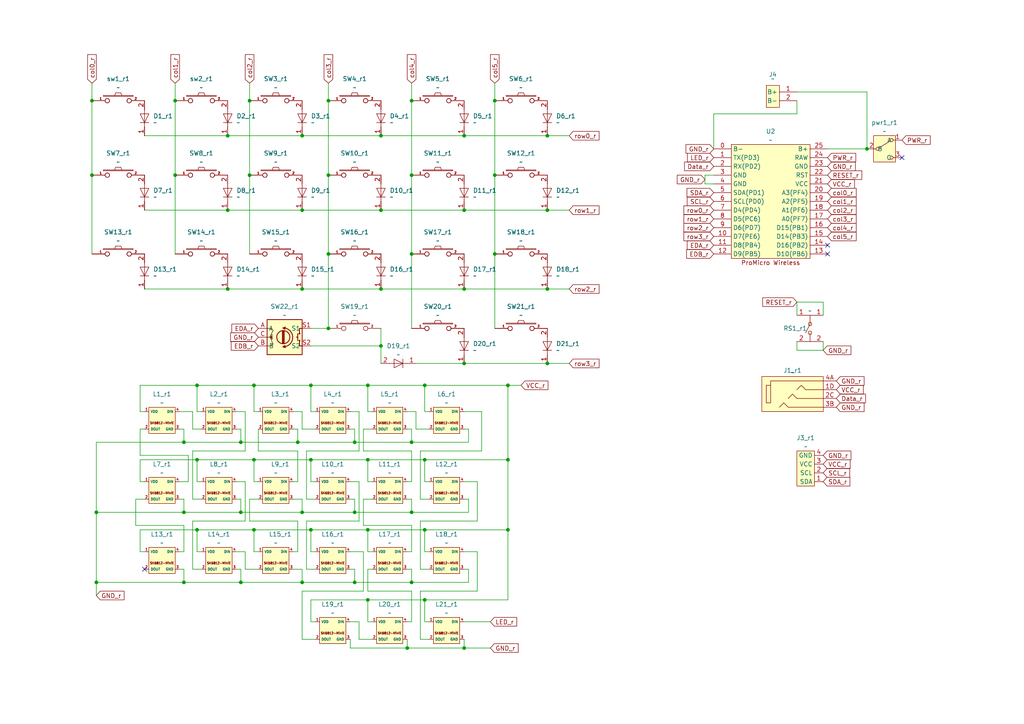
<source format=kicad_sch>
(kicad_sch (version 20250114) (generator "eeschema") (generator_version "9.0")
  (paper "A4")
  (lib_symbols
    (symbol "Diode-1N4148W_1"
      (property "Reference" "D" (at 0 0 0))
      (symbol "Diode-1N4148W_1_0_1"
        (polyline (pts (xy -2.54 -3.81) (xy 2.54 -3.81)))
        (polyline (pts (xy -1.27 -3.81) (xy -1.27 -2.54) (xy 1.27 -3.81) (xy -1.27 -5.08) (xy -1.27 -3.81)))
        (polyline (pts (xy 1.27 -2.54) (xy 1.27 -5.08)))
      )
      (symbol "Diode-1N4148W_1_1_1"
        (pin passive line (at -5.08 -3.81 0) (length 2.54) (name "") (number "2"))
        (pin passive line (at 5.08 -3.81 180) (length 2.54) (name "") (number "1"))
      )
    )
    (symbol "Turkey:Diode-1N4148W"
      (property "Reference" "D" (at 0 0 0))
      (symbol "Diode-1N4148W_0_1"
        (polyline (pts (xy -2.54 -3.81) (xy 2.54 -3.81)))
        (polyline (pts (xy -1.27 -3.81) (xy -1.27 -2.54) (xy 1.27 -3.81) (xy -1.27 -5.08) (xy -1.27 -3.81)))
        (polyline (pts (xy 1.27 -2.54) (xy 1.27 -5.08)))
      )
      (symbol "Diode-1N4148W_1_1"
        (pin passive line (at -5.08 -3.81 0) (length 2.54) (name "") (number "2"))
        (pin passive line (at 5.08 -3.81 180) (length 2.54) (name "") (number "1"))
      )
    )
    (symbol "Turkey:JST-Power-2Pin"
      (property "Reference" "J" (at -1.016 4.318 0))
      (symbol "JST-Power-2Pin_1_1"
        (rectangle (start -2.54 3.175) (end 1.27 -3.175) (fill (type background)))
        (pin bidirectional line (at 6.35 1.27 180) (length 5.08) (name "B+") (number "1"))
        (pin bidirectional line (at 6.35 -1.27 180) (length 5.08) (name "B-") (number "2"))
      )
    )
    (symbol "Turkey:Kailh-Choc"
      (property "Reference" "SW" (at 0 0 0))
      (symbol "Kailh-Choc_1_1"
        (rectangle (start -4.318 -2.286) (end 4.318 -2.54))
        (polyline (pts (xy -1.016 -2.286) (xy -0.762 -1.524) (xy 0.762 -1.524) (xy 1.016 -2.286)))
        (pin passive inverted (at -7.62 -3.81 0) (length 5.08) (name "~") (number "1"))
        (pin passive inverted (at 7.62 -3.81 180) (length 5.08) (name "~") (number "2"))
      )
    )
    (symbol "Turkey:Mini_7-Pin_Surface_Mount_ON/Off_SPDT_Switch"
      (property "Reference" "sw" (at 0 4.826 0))
      (symbol "Mini_7-Pin_Surface_Mount_ON/Off_SPDT_Switch_0_1"
        (circle (center -2.032 0) (radius 0.4572))
        (polyline (pts (xy -1.651 0.254) (xy 1.651 2.286)))
        (circle (center 2.032 2.54) (radius 0.4572))
        (circle (center 2.032 -2.54) (radius 0.4572))
      )
      (symbol "Mini_7-Pin_Surface_Mount_ON/Off_SPDT_Switch_1_1"
        (rectangle (start -3.175 3.81) (end 3.175 -3.81) (fill (type background)))
        (pin passive line (at -5.08 0 0) (length 2.54) (name "B") (number "2"))
        (pin passive line (at 5.08 2.54 180) (length 2.54) (name "A") (number "1"))
        (pin passive line (at 5.08 -2.54 180) (length 2.54) (name "C") (number "3"))
      )
    )
    (symbol "Turkey:OLED 4-Pin"
      (property "Reference" "J" (at 0 0 0))
      (symbol "OLED 4-Pin_1_1"
        (rectangle (start -2.54 -1.27) (end 2.54 -11.43) (fill (type background)))
        (pin input line (at -5.08 -2.54 0) (length 2.54) (name "SDA") (number "1"))
        (pin input line (at -5.08 -5.08 0) (length 2.54) (name "SCL") (number "2"))
        (pin input line (at -5.08 -7.62 0) (length 2.54) (name "VCC") (number "3"))
        (pin output line (at -5.08 -10.16 0) (length 2.54) (name "GND") (number "4"))
      )
    )
    (symbol "Turkey:ProMicro-Wireless"
      (property "Reference" "U" (at -0.762 17.526 0))
      (symbol "ProMicro-Wireless_1_1"
        (rectangle (start -11.43 16.51) (end 11.43 -16.51) (fill (type background)))
        (text "ProMicro Wireless" (at 0 -17.78 0) (effects (font (size 1.27 1.27))))
        (pin power_in line (at -16.51 15.24 0) (length 5.08) (name "B-") (number "0"))
        (pin output line (at -16.51 12.7 0) (length 5.08) (name "TX(PD3)") (number "1"))
        (pin input line (at -16.51 10.16 0) (length 5.08) (name "RX(PD2)") (number "2"))
        (pin power_in line (at -16.51 7.62 0) (length 5.08) (name "GND") (number "3"))
        (pin power_in line (at -16.51 5.08 0) (length 5.08) (name "GND") (number "4"))
        (pin bidirectional line (at -16.51 2.54 0) (length 5.08) (name "SDA(PD1)") (number "5"))
        (pin bidirectional line (at -16.51 0 0) (length 5.08) (name "SCL(PD0)") (number "6"))
        (pin bidirectional line (at -16.51 -2.54 0) (length 5.08) (name "D4(PD4)") (number "7"))
        (pin bidirectional line (at -16.51 -5.08 0) (length 5.08) (name "D5(PC6)") (number "8"))
        (pin bidirectional line (at -16.51 -7.62 0) (length 5.08) (name "D6(PD7)") (number "9"))
        (pin bidirectional line (at -16.51 -10.16 0) (length 5.08) (name "D7(PE6)") (number "10"))
        (pin bidirectional line (at -16.51 -12.7 0) (length 5.08) (name "D8(PB4)") (number "11"))
        (pin bidirectional line (at -16.51 -15.24 0) (length 5.08) (name "D9(PB5)") (number "12"))
        (pin power_out line (at 16.51 15.24 180) (length 5.08) (name "B+") (number "25"))
        (pin power_out line (at 16.51 12.7 180) (length 5.08) (name "RAW") (number "24"))
        (pin power_in line (at 16.51 10.16 180) (length 5.08) (name "GND") (number "23"))
        (pin input line (at 16.51 7.62 180) (length 5.08) (name "RST") (number "22"))
        (pin input line (at 16.51 5.08 180) (length 5.08) (name "VCC") (number "21"))
        (pin bidirectional line (at 16.51 2.54 180) (length 5.08) (name "A3(PF4)") (number "20"))
        (pin bidirectional line (at 16.51 0 180) (length 5.08) (name "A2(PF5)") (number "19"))
        (pin bidirectional line (at 16.51 -2.54 180) (length 5.08) (name "A1(PF6)") (number "18"))
        (pin bidirectional line (at 16.51 -5.08 180) (length 5.08) (name "A0(PF7)") (number "17"))
        (pin bidirectional line (at 16.51 -7.62 180) (length 5.08) (name "D15(PB1)") (number "16"))
        (pin bidirectional line (at 16.51 -10.16 180) (length 5.08) (name "D14(PB3)") (number "15"))
        (pin bidirectional line (at 16.51 -12.7 180) (length 5.08) (name "D16(PB2)") (number "14"))
        (pin bidirectional line (at 16.51 -15.24 180) (length 5.08) (name "D10(PB6)") (number "13"))
      )
    )
    (symbol "Turkey:Rotary_Encoder"
      (property "Reference" "SW" (at 0 0 0))
      (symbol "Rotary_Encoder_0_1"
        (rectangle (start -5.08 -1.27) (end 5.08 -11.43) (stroke (width 0.254)) (fill (type background)))
        (polyline (pts (xy -5.08 -3.81) (xy -3.81 -3.81) (xy -3.81 -4.318)))
        (polyline (pts (xy -5.08 -6.35) (xy -3.81 -6.35) (xy -3.81 -7.366) (xy -3.302 -8.382)))
        (polyline (pts (xy -5.08 -8.89) (xy -3.81 -8.89) (xy -3.81 -8.382)))
        (polyline (pts (xy -4.318 -6.35) (xy -3.81 -6.35) (xy -3.81 -5.334) (xy -3.302 -4.318)))
        (circle (center -3.81 -6.35) (radius 0.254) (fill (type outline)))
        (polyline (pts (xy -0.635 -8.128) (xy -0.635 -4.572)) (stroke (width 0.254)))
        (circle (center -0.381 -6.35) (radius 1.905) (stroke (width 0.254)))
        (polyline (pts (xy -0.381 -8.128) (xy -0.381 -4.572)) (stroke (width 0.254)))
        (arc (start -0.381 -3.683) (mid 2.3622 -6.4135) (end -0.381 -9.144) (stroke (width 0.254)))
        (polyline (pts (xy -0.127 -4.572) (xy -0.127 -8.128)) (stroke (width 0.254)))
        (polyline (pts (xy 0.254 -3.429) (xy -0.508 -3.683) (xy 0.127 -4.064)) (stroke (width 0.254)))
        (polyline (pts (xy 0.254 -9.398) (xy -0.508 -9.144) (xy 0.127 -8.763)) (stroke (width 0.254)))
        (polyline (pts (xy 3.81 -5.334) (xy 3.81 -7.366)) (stroke (width 0.254)))
        (polyline (pts (xy 3.81 -6.35) (xy 3.429 -6.35)) (stroke (width 0.254)))
        (circle (center 4.318 -5.334) (radius 0.127) (stroke (width 0.254)))
        (circle (center 4.318 -7.366) (radius 0.127) (stroke (width 0.254)))
        (polyline (pts (xy 5.08 -3.81) (xy 4.318 -3.81) (xy 4.318 -5.334)) (stroke (width 0.254)))
        (polyline (pts (xy 5.08 -8.89) (xy 4.318 -8.89) (xy 4.318 -7.366)) (stroke (width 0.254)))
      )
      (symbol "Rotary_Encoder_1_1"
        (pin passive line (at -7.62 -3.81 0) (length 2.54) (name "A") (number "A"))
        (pin passive line (at -7.62 -6.35 0) (length 2.54) (name "C") (number "C"))
        (pin passive line (at -7.62 -8.89 0) (length 2.54) (name "B") (number "B"))
        (pin passive line (at 7.62 -3.81 180) (length 2.54) (name "S1") (number "S1"))
        (pin passive line (at 7.62 -8.89 180) (length 2.54) (name "S2") (number "S2"))
      )
    )
    (symbol "Turkey:SK6812-Mini-E"
      (property "Reference" "L" (at -0.508 -4.064 0))
      (symbol "SK6812-Mini-E_1_1"
        (rectangle (start -3.81 -1.27) (end 3.81 -8.89) (fill (type background)))
        (text "SK6812-MiniE" (at 0 -5.842 0) (effects (font (size 0.635 0.635))))
        (pin input line (at -5.08 -2.54 0) (length 1.1938) (name "VDD") (number "1"))
        (pin output line (at -5.08 -7.62 0) (length 1.1938) (name "DOUT") (number "2"))
        (pin input line (at 5.08 -2.54 180) (length 1.1938) (name "DIN") (number "4"))
        (pin input line (at 5.08 -7.62 180) (length 1.1938) (name "GND") (number "3"))
      )
    )
    (symbol "Turkey:TRRS"
      (property "Reference" "J" (at 0 0 0))
      (symbol "TRRS_0_1"
        (rectangle (start -8.89 -3.81) (end -7.62 -8.89))
        (polyline (pts (xy -2.54 -10.16) (xy 7.62 -10.16) (xy 7.62 -10.16)))
        (polyline (pts (xy -2.54 -10.16) (xy -3.81 -8.89) (xy -5.08 -10.16) (xy -5.08 -10.16)))
        (polyline (pts (xy 0 -5.08) (xy 1.27 -3.81) (xy 2.54 -5.08)))
        (polyline (pts (xy 0 -7.62) (xy -1.27 -6.35) (xy -2.54 -7.62)))
        (polyline (pts (xy 0 -7.62) (xy 7.62 -7.62) (xy 7.62 -7.62) (xy 7.62 -7.62)))
        (polyline (pts (xy 2.54 -5.08) (xy 7.62 -5.08)))
        (polyline (pts (xy 7.62 -2.54) (xy -7.62 -2.54) (xy -7.62 -3.81)))
      )
      (symbol "TRRS_1_1"
        (rectangle (start -10.16 -1.27) (end 7.62 -11.43) (fill (type background)))
        (pin passive line (at 11.43 -2.54 180) (length 3.81) (name "~") (number "4A"))
        (pin passive line (at 11.43 -5.08 180) (length 3.81) (name "~") (number "1D"))
        (pin passive line (at 11.43 -7.62 180) (length 3.81) (name "~") (number "2C"))
        (pin passive line (at 11.43 -10.16 180) (length 3.81) (name "~") (number "3B"))
      )
    )
    (symbol "Turkey:Tactile_Push_Button_Micro_Reset_Switch_4_4_1.5mm"
      (property "Reference" "RS" (at 0 9.398 0))
      (symbol "Tactile_Push_Button_Micro_Reset_Switch_4_4_1.5mm_0_1"
        (polyline (pts (xy -1.27 3.81) (xy 1.27 3.81)))
        (polyline (pts (xy 0 3.81) (xy 0 1.27)))
        (polyline (pts (xy 0 -3.81) (xy 0 -1.27)))
        (polyline (pts (xy 1.27 -3.81) (xy -1.27 -3.81)))
      )
      (symbol "Tactile_Push_Button_Micro_Reset_Switch_4_4_1.5mm_1_1"
        (circle (center 0 1.27) (radius 0.5) (fill (type background)))
        (polyline (pts (xy 0 1.27) (xy -1.27 -1.27)))
        (circle (center 0 -1.27) (radius 0.5) (fill (type background)))
        (pin bidirectional line (at -3.81 3.81 0) (length 2.54) (name "") (number "1"))
        (pin bidirectional line (at -3.81 -3.81 0) (length 2.54) (name "") (number "2"))
        (pin bidirectional line (at 3.81 3.81 180) (length 2.54) (name "") (number "1"))
        (pin bidirectional line (at 3.81 -3.81 180) (length 2.54) (name "") (number "2"))
      )
    )
  )
  (junction (at 147.32 111.76))
  (junction (at 87.63 148.59))
  (junction (at 102.87 168.91))
  (junction (at 66.04 60.96))
  (junction (at 73.66 133.35))
  (junction (at 57.15 111.76))
  (junction (at 143.51 29.21))
  (junction (at 158.75 83.82))
  (junction (at 147.32 153.67))
  (junction (at 143.51 73.66))
  (junction (at 53.34 148.59))
  (junction (at 90.17 111.76))
  (junction (at 134.62 187.96))
  (junction (at 158.75 39.37))
  (junction (at 110.49 39.37))
  (junction (at 53.34 128.27))
  (junction (at 69.85 168.91))
  (junction (at 73.66 153.67))
  (junction (at 69.85 128.27))
  (junction (at 118.11 187.96))
  (junction (at 72.39 29.21))
  (junction (at 26.67 29.21))
  (junction (at 50.8 29.21))
  (junction (at 87.63 168.91))
  (junction (at 119.38 29.21))
  (junction (at 158.75 105.41))
  (junction (at 110.49 100.33))
  (junction (at 106.68 173.99))
  (junction (at 123.19 173.99))
  (junction (at 87.63 83.82))
  (junction (at 123.19 111.76))
  (junction (at 134.62 39.37))
  (junction (at 134.62 60.96))
  (junction (at 73.66 111.76))
  (junction (at 87.63 39.37))
  (junction (at 50.8 50.8))
  (junction (at 123.19 153.67))
  (junction (at 102.87 148.59))
  (junction (at 110.49 60.96))
  (junction (at 102.87 128.27))
  (junction (at 119.38 168.91))
  (junction (at 27.94 148.59))
  (junction (at 95.25 73.66))
  (junction (at 119.38 73.66))
  (junction (at 57.15 153.67))
  (junction (at 119.38 128.27))
  (junction (at 106.68 111.76))
  (junction (at 26.67 50.8))
  (junction (at 119.38 148.59))
  (junction (at 95.25 29.21))
  (junction (at 69.85 148.59))
  (junction (at 147.32 133.35))
  (junction (at 66.04 83.82))
  (junction (at 106.68 133.35))
  (junction (at 66.04 39.37))
  (junction (at 251.46 43.18))
  (junction (at 90.17 153.67))
  (junction (at 72.39 50.8))
  (junction (at 110.49 83.82))
  (junction (at 134.62 105.41))
  (junction (at 143.51 50.8))
  (junction (at 57.15 133.35))
  (junction (at 95.25 95.25))
  (junction (at 27.94 168.91))
  (junction (at 95.25 50.8))
  (junction (at 86.36 128.27))
  (junction (at 90.17 133.35))
  (junction (at 87.63 60.96))
  (junction (at 123.19 133.35))
  (junction (at 158.75 60.96))
  (junction (at 53.34 168.91))
  (junction (at 119.38 50.8))
  (junction (at 106.68 153.67))
  (junction (at 134.62 83.82))
  (no_connect (at 240.03 73.66))
  (no_connect (at 261.62 45.72))
  (no_connect (at 240.03 71.12))
  (no_connect (at 41.91 165.1))
  (wire (pts (xy 105.41 160.02) (xy 101.6 160.02)))
  (wire (pts (xy 41.91 39.37) (xy 66.04 39.37)))
  (wire (pts (xy 73.66 119.38) (xy 74.93 119.38)))
  (wire (pts (xy 54.61 132.08) (xy 54.61 139.7)))
  (wire (pts (xy 134.62 165.1) (xy 135.89 165.1)))
  (wire (pts (xy 57.15 133.35) (xy 73.66 133.35)))
  (wire (pts (xy 207.01 33.02) (xy 207.01 43.18)))
  (wire (pts (xy 55.88 151.13) (xy 71.12 151.13)))
  (wire (pts (xy 123.19 119.38) (xy 124.46 119.38)))
  (wire (pts (xy 53.34 165.1) (xy 53.34 168.91)))
  (wire (pts (xy 87.63 185.42) (xy 91.44 185.42)))
  (wire (pts (xy 57.15 111.76) (xy 57.15 119.38)))
  (wire (pts (xy 124.46 144.78) (xy 121.92 144.78)))
  (wire (pts (xy 50.8 24.13) (xy 50.8 29.21)))
  (wire (pts (xy 238.76 99.06) (xy 238.76 101.6)))
  (wire (pts (xy 71.12 139.7) (xy 68.58 139.7)))
  (wire (pts (xy 102.87 168.91) (xy 119.38 168.91)))
  (wire (pts (xy 26.67 29.21) (xy 26.67 50.8)))
  (wire (pts (xy 135.89 144.78) (xy 135.89 148.59)))
  (wire (pts (xy 40.64 139.7) (xy 41.91 139.7)))
  (wire (pts (xy 120.65 124.46) (xy 120.65 119.38)))
  (wire (pts (xy 58.42 124.46) (xy 55.88 124.46)))
  (wire (pts (xy 110.49 100.33) (xy 110.49 95.25)))
  (wire (pts (xy 86.36 128.27) (xy 69.85 128.27)))
  (wire (pts (xy 231.14 99.06) (xy 231.14 101.6)))
  (wire (pts (xy 204.47 53.34) (xy 207.01 53.34)))
  (wire (pts (xy 87.63 60.96) (xy 110.49 60.96)))
  (wire (pts (xy 138.43 171.45) (xy 138.43 160.02)))
  (wire (pts (xy 72.39 151.13) (xy 86.36 151.13)))
  (wire (pts (xy 147.32 111.76) (xy 147.32 133.35)))
  (wire (pts (xy 53.34 152.4) (xy 53.34 160.02)))
  (wire (pts (xy 121.92 130.81) (xy 139.7 130.81)))
  (wire (pts (xy 41.91 83.82) (xy 66.04 83.82)))
  (wire (pts (xy 134.62 39.37) (xy 158.75 39.37)))
  (wire (pts (xy 85.09 165.1) (xy 87.63 165.1)))
  (wire (pts (xy 90.17 180.34) (xy 91.44 180.34)))
  (wire (pts (xy 110.49 39.37) (xy 134.62 39.37)))
  (wire (pts (xy 71.12 165.1) (xy 71.12 160.02)))
  (wire (pts (xy 134.62 124.46) (xy 135.89 124.46)))
  (wire (pts (xy 158.75 60.96) (xy 165.1 60.96)))
  (wire (pts (xy 123.19 180.34) (xy 124.46 180.34)))
  (wire (pts (xy 110.49 83.82) (xy 134.62 83.82)))
  (wire (pts (xy 102.87 165.1) (xy 102.87 168.91)))
  (wire (pts (xy 123.19 111.76) (xy 123.19 119.38)))
  (wire (pts (xy 69.85 148.59) (xy 87.63 148.59)))
  (wire (pts (xy 110.49 105.41) (xy 110.49 100.33)))
  (wire (pts (xy 106.68 133.35) (xy 123.19 133.35)))
  (wire (pts (xy 71.12 119.38) (xy 68.58 119.38)))
  (wire (pts (xy 55.88 144.78) (xy 55.88 130.81)))
  (wire (pts (xy 110.49 60.96) (xy 134.62 60.96)))
  (wire (pts (xy 74.93 144.78) (xy 72.39 144.78)))
  (wire (pts (xy 40.64 160.02) (xy 41.91 160.02)))
  (wire (pts (xy 68.58 144.78) (xy 69.85 144.78)))
  (wire (pts (xy 238.76 87.63) (xy 238.76 91.44)))
  (wire (pts (xy 104.14 151.13) (xy 104.14 139.7)))
  (wire (pts (xy 123.19 160.02) (xy 124.46 160.02)))
  (wire (pts (xy 231.14 26.67) (xy 251.46 26.67)))
  (wire (pts (xy 231.14 91.44) (xy 231.14 87.63)))
  (wire (pts (xy 50.8 50.8) (xy 50.8 73.66)))
  (wire (pts (xy 73.66 153.67) (xy 90.17 153.67)))
  (wire (pts (xy 95.25 50.8) (xy 95.25 73.66)))
  (wire (pts (xy 231.14 101.6) (xy 238.76 101.6)))
  (wire (pts (xy 40.64 153.67) (xy 57.15 153.67)))
  (wire (pts (xy 74.93 165.1) (xy 71.12 165.1)))
  (wire (pts (xy 27.94 128.27) (xy 27.94 148.59)))
  (wire (pts (xy 104.14 130.81) (xy 104.14 119.38)))
  (wire (pts (xy 91.44 165.1) (xy 88.9 165.1)))
  (wire (pts (xy 104.14 180.34) (xy 101.6 180.34)))
  (wire (pts (xy 134.62 144.78) (xy 135.89 144.78)))
  (wire (pts (xy 57.15 160.02) (xy 58.42 160.02)))
  (wire (pts (xy 118.11 144.78) (xy 119.38 144.78)))
  (wire (pts (xy 121.92 165.1) (xy 121.92 151.13)))
  (wire (pts (xy 55.88 165.1) (xy 55.88 151.13)))
  (wire (pts (xy 134.62 105.41) (xy 158.75 105.41)))
  (wire (pts (xy 104.14 119.38) (xy 101.6 119.38)))
  (wire (pts (xy 27.94 168.91) (xy 53.34 168.91)))
  (wire (pts (xy 86.36 160.02) (xy 85.09 160.02)))
  (wire (pts (xy 121.92 171.45) (xy 138.43 171.45)))
  (wire (pts (xy 118.11 165.1) (xy 119.38 165.1)))
  (wire (pts (xy 106.68 133.35) (xy 106.68 139.7)))
  (wire (pts (xy 95.25 29.21) (xy 95.25 50.8)))
  (wire (pts (xy 105.41 124.46) (xy 105.41 130.81)))
  (wire (pts (xy 119.38 124.46) (xy 119.38 128.27)))
  (wire (pts (xy 147.32 153.67) (xy 147.32 173.99)))
  (wire (pts (xy 72.39 50.8) (xy 72.39 73.66)))
  (wire (pts (xy 57.15 153.67) (xy 57.15 160.02)))
  (wire (pts (xy 86.36 130.81) (xy 86.36 139.7)))
  (wire (pts (xy 53.34 148.59) (xy 69.85 148.59)))
  (wire (pts (xy 124.46 124.46) (xy 120.65 124.46)))
  (wire (pts (xy 143.51 95.25) (xy 143.51 73.66)))
  (wire (pts (xy 41.91 60.96) (xy 66.04 60.96)))
  (wire (pts (xy 158.75 39.37) (xy 165.1 39.37)))
  (wire (pts (xy 57.15 119.38) (xy 58.42 119.38)))
  (wire (pts (xy 105.41 152.4) (xy 119.38 152.4)))
  (wire (pts (xy 121.92 151.13) (xy 138.43 151.13)))
  (wire (pts (xy 107.95 124.46) (xy 105.41 124.46)))
  (wire (pts (xy 39.37 144.78) (xy 39.37 152.4)))
  (wire (pts (xy 40.64 119.38) (xy 40.64 111.76)))
  (wire (pts (xy 74.93 124.46) (xy 74.93 130.81)))
  (wire (pts (xy 27.94 168.91) (xy 27.94 172.72)))
  (wire (pts (xy 40.64 160.02) (xy 40.64 153.67)))
  (wire (pts (xy 143.51 29.21) (xy 143.51 24.13)))
  (wire (pts (xy 90.17 133.35) (xy 90.17 139.7)))
  (wire (pts (xy 73.66 111.76) (xy 90.17 111.76)))
  (wire (pts (xy 69.85 144.78) (xy 69.85 148.59)))
  (wire (pts (xy 87.63 39.37) (xy 110.49 39.37)))
  (wire (pts (xy 57.15 111.76) (xy 73.66 111.76)))
  (wire (pts (xy 87.63 124.46) (xy 87.63 119.38)))
  (wire (pts (xy 139.7 130.81) (xy 139.7 119.38)))
  (wire (pts (xy 26.67 50.8) (xy 26.67 73.66)))
  (wire (pts (xy 105.41 130.81) (xy 119.38 130.81)))
  (wire (pts (xy 90.17 100.33) (xy 110.49 100.33)))
  (wire (pts (xy 91.44 124.46) (xy 87.63 124.46)))
  (wire (pts (xy 105.41 144.78) (xy 105.41 152.4)))
  (wire (pts (xy 134.62 187.96) (xy 142.24 187.96)))
  (wire (pts (xy 72.39 144.78) (xy 72.39 151.13)))
  (wire (pts (xy 85.09 124.46) (xy 86.36 124.46)))
  (wire (pts (xy 104.14 185.42) (xy 104.14 180.34)))
  (wire (pts (xy 119.38 148.59) (xy 135.89 148.59)))
  (wire (pts (xy 55.88 130.81) (xy 71.12 130.81)))
  (wire (pts (xy 90.17 133.35) (xy 106.68 133.35)))
  (wire (pts (xy 119.38 73.66) (xy 119.38 95.25)))
  (wire (pts (xy 55.88 124.46) (xy 55.88 119.38)))
  (wire (pts (xy 90.17 153.67) (xy 90.17 160.02)))
  (wire (pts (xy 102.87 148.59) (xy 119.38 148.59)))
  (wire (pts (xy 231.14 87.63) (xy 238.76 87.63)))
  (wire (pts (xy 53.34 124.46) (xy 53.34 128.27)))
  (wire (pts (xy 73.66 133.35) (xy 73.66 139.7)))
  (wire (pts (xy 119.38 139.7) (xy 118.11 139.7)))
  (wire (pts (xy 106.68 119.38) (xy 107.95 119.38)))
  (wire (pts (xy 101.6 165.1) (xy 102.87 165.1)))
  (wire (pts (xy 106.68 173.99) (xy 106.68 180.34)))
  (wire (pts (xy 106.68 165.1) (xy 106.68 171.45)))
  (wire (pts (xy 90.17 153.67) (xy 106.68 153.67)))
  (wire (pts (xy 102.87 124.46) (xy 102.87 128.27)))
  (wire (pts (xy 143.51 50.8) (xy 143.51 29.21)))
  (wire (pts (xy 120.65 105.41) (xy 134.62 105.41)))
  (wire (pts (xy 106.68 160.02) (xy 107.95 160.02)))
  (wire (pts (xy 58.42 165.1) (xy 55.88 165.1)))
  (wire (pts (xy 135.89 165.1) (xy 135.89 168.91)))
  (wire (pts (xy 119.38 171.45) (xy 119.38 180.34)))
  (wire (pts (xy 134.62 60.96) (xy 158.75 60.96)))
  (wire (pts (xy 87.63 168.91) (xy 102.87 168.91)))
  (wire (pts (xy 66.04 83.82) (xy 87.63 83.82)))
  (wire (pts (xy 134.62 180.34) (xy 142.24 180.34)))
  (wire (pts (xy 147.32 133.35) (xy 147.32 153.67)))
  (wire (pts (xy 119.38 180.34) (xy 118.11 180.34)))
  (wire (pts (xy 40.64 133.35) (xy 57.15 133.35)))
  (wire (pts (xy 118.11 187.96) (xy 134.62 187.96)))
  (wire (pts (xy 119.38 29.21) (xy 119.38 50.8)))
  (wire (pts (xy 90.17 95.25) (xy 95.25 95.25)))
  (wire (pts (xy 207.01 50.8) (xy 204.47 50.8)))
  (wire (pts (xy 107.95 165.1) (xy 106.68 165.1)))
  (wire (pts (xy 135.89 128.27) (xy 119.38 128.27)))
  (wire (pts (xy 69.85 124.46) (xy 68.58 124.46)))
  (wire (pts (xy 123.19 111.76) (xy 147.32 111.76)))
  (wire (pts (xy 53.34 144.78) (xy 53.34 148.59)))
  (wire (pts (xy 69.85 168.91) (xy 87.63 168.91)))
  (wire (pts (xy 57.15 133.35) (xy 57.15 139.7)))
  (wire (pts (xy 41.91 124.46) (xy 40.64 124.46)))
  (wire (pts (xy 85.09 144.78) (xy 87.63 144.78)))
  (wire (pts (xy 119.38 144.78) (xy 119.38 148.59)))
  (wire (pts (xy 106.68 139.7) (xy 107.95 139.7)))
  (wire (pts (xy 87.63 171.45) (xy 105.41 171.45)))
  (wire (pts (xy 88.9 144.78) (xy 88.9 130.81)))
  (wire (pts (xy 90.17 111.76) (xy 106.68 111.76)))
  (wire (pts (xy 72.39 29.21) (xy 72.39 50.8)))
  (wire (pts (xy 66.04 39.37) (xy 87.63 39.37)))
  (wire (pts (xy 86.36 139.7) (xy 85.09 139.7)))
  (wire (pts (xy 40.64 119.38) (xy 41.91 119.38)))
  (wire (pts (xy 68.58 165.1) (xy 69.85 165.1)))
  (wire (pts (xy 73.66 160.02) (xy 74.93 160.02)))
  (wire (pts (xy 26.67 24.13) (xy 26.67 29.21)))
  (wire (pts (xy 231.14 29.21) (xy 231.14 33.02)))
  (wire (pts (xy 66.04 60.96) (xy 87.63 60.96)))
  (wire (pts (xy 87.63 148.59) (xy 102.87 148.59)))
  (wire (pts (xy 119.38 124.46) (xy 118.11 124.46)))
  (wire (pts (xy 123.19 173.99) (xy 123.19 180.34)))
  (wire (pts (xy 119.38 152.4) (xy 119.38 160.02)))
  (wire (pts (xy 27.94 148.59) (xy 53.34 148.59)))
  (wire (pts (xy 54.61 139.7) (xy 52.07 139.7)))
  (wire (pts (xy 72.39 24.13) (xy 72.39 29.21)))
  (wire (pts (xy 90.17 139.7) (xy 91.44 139.7)))
  (wire (pts (xy 104.14 139.7) (xy 101.6 139.7)))
  (wire (pts (xy 88.9 151.13) (xy 104.14 151.13)))
  (wire (pts (xy 87.63 83.82) (xy 110.49 83.82)))
  (wire (pts (xy 58.42 144.78) (xy 55.88 144.78)))
  (wire (pts (xy 107.95 185.42) (xy 104.14 185.42)))
  (wire (pts (xy 90.17 173.99) (xy 106.68 173.99)))
  (wire (pts (xy 119.38 50.8) (xy 119.38 73.66)))
  (wire (pts (xy 119.38 165.1) (xy 119.38 168.91)))
  (wire (pts (xy 41.91 144.78) (xy 39.37 144.78)))
  (wire (pts (xy 87.63 119.38) (xy 85.09 119.38)))
  (wire (pts (xy 119.38 160.02) (xy 118.11 160.02)))
  (wire (pts (xy 124.46 165.1) (xy 121.92 165.1)))
  (wire (pts (xy 124.46 185.42) (xy 121.92 185.42)))
  (wire (pts (xy 40.64 132.08) (xy 54.61 132.08)))
  (wire (pts (xy 106.68 111.76) (xy 106.68 119.38)))
  (wire (pts (xy 86.36 151.13) (xy 86.36 160.02)))
  (wire (pts (xy 69.85 124.46) (xy 69.85 128.27)))
  (wire (pts (xy 147.32 111.76) (xy 151.13 111.76)))
  (wire (pts (xy 121.92 185.42) (xy 121.92 171.45)))
  (wire (pts (xy 73.66 133.35) (xy 90.17 133.35)))
  (wire (pts (xy 90.17 160.02) (xy 91.44 160.02)))
  (wire (pts (xy 50.8 29.21) (xy 50.8 50.8)))
  (wire (pts (xy 52.07 144.78) (xy 53.34 144.78)))
  (wire (pts (xy 88.9 165.1) (xy 88.9 151.13)))
  (wire (pts (xy 123.19 153.67) (xy 123.19 160.02)))
  (wire (pts (xy 119.38 130.81) (xy 119.38 139.7)))
  (wire (pts (xy 101.6 144.78) (xy 102.87 144.78)))
  (wire (pts (xy 119.38 168.91) (xy 135.89 168.91)))
  (wire (pts (xy 53.34 128.27) (xy 27.94 128.27)))
  (wire (pts (xy 123.19 133.35) (xy 147.32 133.35)))
  (wire (pts (xy 86.36 124.46) (xy 86.36 128.27)))
  (wire (pts (xy 134.62 83.82) (xy 158.75 83.82)))
  (wire (pts (xy 90.17 119.38) (xy 91.44 119.38)))
  (wire (pts (xy 71.12 160.02) (xy 68.58 160.02)))
  (wire (pts (xy 90.17 111.76) (xy 90.17 119.38)))
  (wire (pts (xy 158.75 83.82) (xy 165.1 83.82)))
  (wire (pts (xy 57.15 153.67) (xy 73.66 153.67)))
  (wire (pts (xy 52.07 165.1) (xy 53.34 165.1)))
  (wire (pts (xy 101.6 187.96) (xy 118.11 187.96)))
  (wire (pts (xy 87.63 144.78) (xy 87.63 148.59)))
  (wire (pts (xy 87.63 185.42) (xy 87.63 171.45)))
  (wire (pts (xy 123.19 153.67) (xy 147.32 153.67)))
  (wire (pts (xy 119.38 24.13) (xy 119.38 29.21)))
  (wire (pts (xy 106.68 171.45) (xy 119.38 171.45)))
  (wire (pts (xy 27.94 148.59) (xy 27.94 168.91)))
  (wire (pts (xy 87.63 165.1) (xy 87.63 168.91)))
  (wire (pts (xy 53.34 160.02) (xy 52.07 160.02)))
  (wire (pts (xy 138.43 139.7) (xy 134.62 139.7)))
  (wire (pts (xy 55.88 119.38) (xy 52.07 119.38)))
  (wire (pts (xy 134.62 185.42) (xy 134.62 187.96)))
  (wire (pts (xy 40.64 139.7) (xy 40.64 133.35)))
  (wire (pts (xy 123.19 133.35) (xy 123.19 139.7)))
  (wire (pts (xy 73.66 111.76) (xy 73.66 119.38)))
  (wire (pts (xy 139.7 119.38) (xy 134.62 119.38)))
  (wire (pts (xy 135.89 124.46) (xy 135.89 128.27)))
  (wire (pts (xy 121.92 144.78) (xy 121.92 130.81)))
  (wire (pts (xy 39.37 152.4) (xy 53.34 152.4)))
  (wire (pts (xy 40.64 111.76) (xy 57.15 111.76)))
  (wire (pts (xy 106.68 180.34) (xy 107.95 180.34)))
  (wire (pts (xy 106.68 153.67) (xy 123.19 153.67)))
  (wire (pts (xy 102.87 144.78) (xy 102.87 148.59)))
  (wire (pts (xy 105.41 171.45) (xy 105.41 160.02)))
  (wire (pts (xy 40.64 124.46) (xy 40.64 132.08)))
  (wire (pts (xy 102.87 124.46) (xy 101.6 124.46)))
  (wire (pts (xy 69.85 128.27) (xy 53.34 128.27)))
  (wire (pts (xy 143.51 73.66) (xy 143.51 50.8)))
  (wire (pts (xy 86.36 128.27) (xy 102.87 128.27)))
  (wire (pts (xy 158.75 105.41) (xy 165.1 105.41)))
  (wire (pts (xy 91.44 144.78) (xy 88.9 144.78)))
  (wire (pts (xy 138.43 151.13) (xy 138.43 139.7)))
  (wire (pts (xy 123.19 139.7) (xy 124.46 139.7)))
  (wire (pts (xy 71.12 151.13) (xy 71.12 139.7)))
  (wire (pts (xy 231.14 33.02) (xy 207.01 33.02)))
  (wire (pts (xy 204.47 50.8) (xy 204.47 53.34)))
  (wire (pts (xy 106.68 111.76) (xy 123.19 111.76)))
  (wire (pts (xy 73.66 139.7) (xy 74.93 139.7)))
  (wire (pts (xy 73.66 153.67) (xy 73.66 160.02)))
  (wire (pts (xy 106.68 153.67) (xy 106.68 160.02)))
  (wire (pts (xy 120.65 119.38) (xy 118.11 119.38)))
  (wire (pts (xy 240.03 43.18) (xy 251.46 43.18)))
  (wire (pts (xy 107.95 144.78) (xy 105.41 144.78)))
  (wire (pts (xy 118.11 185.42) (xy 118.11 187.96)))
  (wire (pts (xy 57.15 139.7) (xy 58.42 139.7)))
  (wire (pts (xy 95.25 24.13) (xy 95.25 29.21)))
  (wire (pts (xy 71.12 130.81) (xy 71.12 119.38)))
  (wire (pts (xy 101.6 185.42) (xy 101.6 187.96)))
  (wire (pts (xy 119.38 128.27) (xy 102.87 128.27)))
  (wire (pts (xy 123.19 173.99) (xy 147.32 173.99)))
  (wire (pts (xy 74.93 130.81) (xy 86.36 130.81)))
  (wire (pts (xy 53.34 168.91) (xy 69.85 168.91)))
  (wire (pts (xy 88.9 130.81) (xy 104.14 130.81)))
  (wire (pts (xy 106.68 173.99) (xy 123.19 173.99)))
  (wire (pts (xy 95.25 73.66) (xy 95.25 95.25)))
  (wire (pts (xy 138.43 160.02) (xy 134.62 160.02)))
  (wire (pts (xy 90.17 180.34) (xy 90.17 173.99)))
  (wire (pts (xy 53.34 124.46) (xy 52.07 124.46)))
  (wire (pts (xy 69.85 165.1) (xy 69.85 168.91)))
  (wire (pts (xy 251.46 26.67) (xy 251.46 43.18)))
  (global_label "col2_r" (shape input) (at 72.39 24.13 90) (property "Intersheetrefs" "${INTERSHEET_REFS}" (effects (hide yes))))
  (global_label "col0_r" (shape input) (at 240.03 55.88 0) (property "Intersheetrefs" "${INTERSHEET_REFS}" (effects (hide yes))))
  (global_label "SDA_r" (shape input) (at 207.01 55.88 180) (property "Intersheetrefs" "${INTERSHEET_REFS}" (effects (hide yes))))
  (global_label "col5_r" (shape input) (at 240.03 68.58 0) (property "Intersheetrefs" "${INTERSHEET_REFS}" (effects (hide yes))))
  (global_label "col5_r" (shape input) (at 143.51 24.13 90) (property "Intersheetrefs" "${INTERSHEET_REFS}" (effects (hide yes))))
  (global_label "col1_r" (shape input) (at 240.03 58.42 0) (property "Intersheetrefs" "${INTERSHEET_REFS}" (effects (hide yes))))
  (global_label "Data_r" (shape input) (at 207.01 48.26 180) (property "Intersheetrefs" "${INTERSHEET_REFS}" (effects (hide yes))))
  (global_label "row1_r" (shape input) (at 207.01 63.5 180) (property "Intersheetrefs" "${INTERSHEET_REFS}" (effects (hide yes))))
  (global_label "PWR_r" (shape input) (at 240.03 45.72 0) (property "Intersheetrefs" "${INTERSHEET_REFS}" (effects (hide yes))))
  (global_label "LED_r" (shape input) (at 207.01 45.72 180) (property "Intersheetrefs" "${INTERSHEET_REFS}" (effects (hide yes))))
  (global_label "GND_r" (shape input) (at 27.94 172.72 0) (property "Intersheetrefs" "${INTERSHEET_REFS}" (effects (hide yes))))
  (global_label "SCL_r" (shape input) (at 238.76 137.16 0) (property "Intersheetrefs" "${INTERSHEET_REFS}" (effects (hide yes))))
  (global_label "RESET_r" (shape input) (at 231.14 87.63 180) (property "Intersheetrefs" "${INTERSHEET_REFS}" (effects (hide yes))))
  (global_label "Data_r" (shape input) (at 242.57 115.57 0) (property "Intersheetrefs" "${INTERSHEET_REFS}" (effects (hide yes))))
  (global_label "row2_r" (shape input) (at 165.1 83.82 0) (property "Intersheetrefs" "${INTERSHEET_REFS}" (effects (hide yes))))
  (global_label "col3_r" (shape input) (at 240.03 63.5 0) (property "Intersheetrefs" "${INTERSHEET_REFS}" (effects (hide yes))))
  (global_label "GND_r" (shape input) (at 238.76 101.6 0) (property "Intersheetrefs" "${INTERSHEET_REFS}" (effects (hide yes))))
  (global_label "row3_r" (shape input) (at 207.01 68.58 180) (property "Intersheetrefs" "${INTERSHEET_REFS}" (effects (hide yes))))
  (global_label "EDA_r" (shape input) (at 74.93 95.25 180) (property "Intersheetrefs" "${INTERSHEET_REFS}" (effects (hide yes))))
  (global_label "VCC_r" (shape input) (at 242.57 113.03 0) (property "Intersheetrefs" "${INTERSHEET_REFS}" (effects (hide yes))))
  (global_label "GND_r" (shape input) (at 238.76 132.08 0) (property "Intersheetrefs" "${INTERSHEET_REFS}" (effects (hide yes))))
  (global_label "col4_r" (shape input) (at 119.38 24.13 90) (property "Intersheetrefs" "${INTERSHEET_REFS}" (effects (hide yes))))
  (global_label "SCL_r" (shape input) (at 207.01 58.42 180) (property "Intersheetrefs" "${INTERSHEET_REFS}" (effects (hide yes))))
  (global_label "col4_r" (shape input) (at 240.03 66.04 0) (property "Intersheetrefs" "${INTERSHEET_REFS}" (effects (hide yes))))
  (global_label "row0_r" (shape input) (at 207.01 60.96 180) (property "Intersheetrefs" "${INTERSHEET_REFS}" (effects (hide yes))))
  (global_label "LED_r" (shape input) (at 142.24 180.34 0) (property "Intersheetrefs" "${INTERSHEET_REFS}" (effects (hide yes))))
  (global_label "EDB_r" (shape input) (at 74.93 100.33 180) (property "Intersheetrefs" "${INTERSHEET_REFS}" (effects (hide yes))))
  (global_label "col3_r" (shape input) (at 95.25 24.13 90) (property "Intersheetrefs" "${INTERSHEET_REFS}" (effects (hide yes))))
  (global_label "col1_r" (shape input) (at 50.8 24.13 90) (property "Intersheetrefs" "${INTERSHEET_REFS}" (effects (hide yes))))
  (global_label "VCC_r" (shape input) (at 151.13 111.76 0) (property "Intersheetrefs" "${INTERSHEET_REFS}" (effects (hide yes))))
  (global_label "PWR_r" (shape input) (at 261.62 40.64 0) (property "Intersheetrefs" "${INTERSHEET_REFS}" (effects (hide yes))))
  (global_label "GND_r" (shape input) (at 142.24 187.96 0) (property "Intersheetrefs" "${INTERSHEET_REFS}" (effects (hide yes))))
  (global_label "row0_r" (shape input) (at 165.1 39.37 0) (property "Intersheetrefs" "${INTERSHEET_REFS}" (effects (hide yes))))
  (global_label "GND_r" (shape input) (at 240.03 48.26 0) (property "Intersheetrefs" "${INTERSHEET_REFS}" (effects (hide yes))))
  (global_label "row1_r" (shape input) (at 165.1 60.96 0) (property "Intersheetrefs" "${INTERSHEET_REFS}" (effects (hide yes))))
  (global_label "GND_r" (shape input) (at 74.93 97.79 180) (property "Intersheetrefs" "${INTERSHEET_REFS}" (effects (hide yes))))
  (global_label "VCC_r" (shape input) (at 240.03 53.34 0) (property "Intersheetrefs" "${INTERSHEET_REFS}" (effects (hide yes))))
  (global_label "GND_r" (shape input) (at 207.01 43.18 180) (property "Intersheetrefs" "${INTERSHEET_REFS}" (effects (hide yes))))
  (global_label "EDB_r" (shape input) (at 207.01 73.66 180) (property "Intersheetrefs" "${INTERSHEET_REFS}" (effects (hide yes))))
  (global_label "EDA_r" (shape input) (at 207.01 71.12 180) (property "Intersheetrefs" "${INTERSHEET_REFS}" (effects (hide yes))))
  (global_label "VCC_r" (shape input) (at 238.76 134.62 0) (property "Intersheetrefs" "${INTERSHEET_REFS}" (effects (hide yes))))
  (global_label "RESET_r" (shape input) (at 240.03 50.8 0) (property "Intersheetrefs" "${INTERSHEET_REFS}" (effects (hide yes))))
  (global_label "GND_r" (shape input) (at 204.47 52.07 180) (property "Intersheetrefs" "${INTERSHEET_REFS}" (effects (hide yes))))
  (global_label "row2_r" (shape input) (at 207.01 66.04 180) (property "Intersheetrefs" "${INTERSHEET_REFS}" (effects (hide yes))))
  (global_label "GND_r" (shape input) (at 242.57 118.11 0) (property "Intersheetrefs" "${INTERSHEET_REFS}" (effects (hide yes))))
  (global_label "SDA_r" (shape input) (at 238.76 139.7 0) (property "Intersheetrefs" "${INTERSHEET_REFS}" (effects (hide yes))))
  (global_label "row3_r" (shape input) (at 165.1 105.41 0) (property "Intersheetrefs" "${INTERSHEET_REFS}" (effects (hide yes))))
  (global_label "col0_r" (shape input) (at 26.67 24.13 90) (property "Intersheetrefs" "${INTERSHEET_REFS}" (effects (hide yes))))
  (global_label "col2_r" (shape input) (at 240.03 60.96 0) (property "Intersheetrefs" "${INTERSHEET_REFS}" (effects (hide yes))))
  (global_label "GND_r" (shape input) (at 242.57 110.49 0) (property "Intersheetrefs" "${INTERSHEET_REFS}" (effects (hide yes))))
  (symbol (lib_id "Turkey:SK6812-Mini-E") (at 63.5 137.16 0) (unit 1)
    (property "Reference" "L8_r1" (at 63.5 134.62 0))
    (property "Value" "~" (at 63.5 137.16 0))
    (property "Footprint" "Turkey:LED SK6812-MiniE" (effects (hide yes)))
  )
  (symbol (lib_id "Turkey:SK6812-Mini-E") (at 96.52 116.84 0) (unit 1)
    (property "Reference" "L4_r1" (at 96.52 114.3 0))
    (property "Value" "~" (at 96.52 116.84 0))
    (property "Footprint" "Turkey:LED SK6812-MiniE" (effects (hide yes)))
  )
  (symbol (lib_id "Turkey:SK6812-Mini-E") (at 46.99 157.48 0) (unit 1)
    (property "Reference" "L13_r1" (at 46.99 154.94 0))
    (property "Value" "~" (at 46.99 157.48 0))
    (property "Footprint" "Turkey:LED SK6812-MiniE" (effects (hide yes)))
  )
  (symbol (lib_id "Turkey:Kailh-Choc") (at 102.87 91.44 0) (unit 1)
    (property "Reference" "SW19_r1" (at 102.87 88.9 0))
    (property "Value" "~" (at 102.87 91.44 0))
    (property "Footprint" "Turkey:Kailh-Choc-1u-MxSpacing" (effects (hide yes)))
  )
  (symbol (lib_id "Turkey:Diode-1N4148W") (at 115.57 101.6 0) (unit 1)
    (property "Reference" "D19_r1" (at 115.57 100.33 0))
    (property "Value" "~" (at 115.57 102.87 0))
    (property "Footprint" "Turkey:Diode" (effects (hide yes)))
  )
  (symbol (lib_id "Turkey:SK6812-Mini-E") (at 80.01 157.48 0) (unit 1)
    (property "Reference" "L15_r1" (at 81.28 154.94 0))
    (property "Value" "~" (at 80.01 157.48 0))
    (property "Footprint" "Turkey:LED SK6812-MiniE" (effects (hide yes)))
  )
  (symbol (lib_id "Turkey:OLED 4-Pin") (at 233.68 142.24 180) (unit 1)
    (property "Reference" "J3_r1" (at 233.68 127 0))
    (property "Value" "~" (at 233.68 129.54 0))
    (property "Footprint" "Turkey:OLED" (effects (hide yes)))
  )
  (symbol (lib_id "Turkey:SK6812-Mini-E") (at 129.54 116.84 0) (unit 1)
    (property "Reference" "L6_r1" (at 129.54 114.3 0))
    (property "Value" "~" (at 129.54 116.84 0))
    (property "Footprint" "Turkey:LED SK6812-MiniE" (effects (hide yes)))
  )
  (symbol (lib_id "Turkey:Diode-1N4148W") (at 138.43 34.29 270) (unit 1)
    (property "Reference" "D5_r1" (at 137.16 33.6549 90) (effects (justify left)))
    (property "Value" "~" (at 137.16 35.56 90) (effects (justify left)))
    (property "Footprint" "Turkey:Diode" (effects (hide yes)))
  )
  (symbol (lib_id "Turkey:Kailh-Choc") (at 102.87 25.4 0) (unit 1)
    (property "Reference" "SW4_r1" (at 102.87 22.86 0))
    (property "Value" "~" (at 102.87 25.4 0))
    (property "Footprint" "Turkey:Kailh-Choc-1u-MxSpacing" (effects (hide yes)))
  )
  (symbol (lib_id "Turkey:Kailh-Choc") (at 34.29 46.99 0) (unit 1)
    (property "Reference" "SW7_r1" (at 34.29 44.45 0))
    (property "Value" "~" (at 34.29 46.99 0))
    (property "Footprint" "Turkey:Kailh-Choc-1u-MxSpacing" (effects (hide yes)))
  )
  (symbol (lib_id "Turkey:SK6812-Mini-E") (at 129.54 157.48 0) (unit 1)
    (property "Reference" "L18_r1" (at 129.54 154.94 0))
    (property "Value" "~" (at 129.54 157.48 0))
    (property "Footprint" "Turkey:LED SK6812-MiniE" (effects (hide yes)))
  )
  (symbol (lib_id "Turkey:Kailh-Choc") (at 80.01 46.99 0) (unit 1)
    (property "Reference" "SW9_r1" (at 80.01 44.45 0))
    (property "Value" "~" (at 80.01 46.99 0))
    (property "Footprint" "Turkey:Kailh-Choc-1u-MxSpacing" (effects (hide yes)))
  )
  (symbol (lib_id "Turkey:Diode-1N4148W") (at 91.44 55.88 270) (unit 1)
    (property "Reference" "D9_r1" (at 90.17 55.2449 90) (effects (justify left)))
    (property "Value" "~" (at 90.17 57.15 90) (effects (justify left)))
    (property "Footprint" "Turkey:Diode" (effects (hide yes)))
  )
  (symbol (lib_id "Turkey:Diode-1N4148W") (at 162.56 78.74 270) (unit 1)
    (property "Reference" "D18_r1" (at 161.29 78.1049 90) (effects (justify left)))
    (property "Value" "~" (at 161.29 80.01 90) (effects (justify left)))
    (property "Footprint" "Turkey:Diode" (effects (hide yes)))
  )
  (symbol (lib_id "Turkey:Diode-1N4148W") (at 114.3 55.88 270) (unit 1)
    (property "Reference" "D10_r1" (at 113.03 55.2449 90) (effects (justify left)))
    (property "Value" "~" (at 113.03 57.15 90) (effects (justify left)))
    (property "Footprint" "Turkey:Diode" (effects (hide yes)))
  )
  (symbol (lib_id "Turkey:Kailh-Choc") (at 58.42 69.85 0) (unit 1)
    (property "Reference" "SW14_r1" (at 58.42 67.31 0))
    (property "Value" "~" (at 58.42 69.85 0))
    (property "Footprint" "Turkey:Kailh-Choc-1u-MxSpacing" (effects (hide yes)))
  )
  (symbol (lib_id "Turkey:Diode-1N4148W") (at 69.85 55.88 270) (unit 1)
    (property "Reference" "D8_r1" (at 68.58 55.2449 90) (effects (justify left)))
    (property "Value" "~" (at 68.58 57.15 90) (effects (justify left)))
    (property "Footprint" "Turkey:Diode" (effects (hide yes)))
  )
  (symbol (lib_id "Turkey:Diode-1N4148W") (at 114.3 34.29 270) (unit 1)
    (property "Reference" "D4_r1" (at 113.03 33.6549 90) (effects (justify left)))
    (property "Value" "~" (at 113.03 35.56 90) (effects (justify left)))
    (property "Footprint" "Turkey:Diode" (effects (hide yes)))
  )
  (symbol (lib_id "Turkey:Kailh-Choc") (at 80.01 25.4 0) (unit 1)
    (property "Reference" "SW3_r1" (at 80.01 22.86 0))
    (property "Value" "~" (at 80.01 25.4 0))
    (property "Footprint" "Turkey:Kailh-Choc-1u-MxSpacing" (effects (hide yes)))
  )
  (symbol (lib_id "Turkey:SK6812-Mini-E") (at 63.5 157.48 0) (unit 1)
    (property "Reference" "L14_r1" (at 63.5 154.94 0))
    (property "Value" "~" (at 63.5 157.48 0))
    (property "Footprint" "Turkey:LED SK6812-MiniE" (effects (hide yes)))
  )
  (symbol (lib_id "Turkey:SK6812-Mini-E") (at 129.54 137.16 0) (unit 1)
    (property "Reference" "L12_r1" (at 129.54 134.62 0))
    (property "Value" "~" (at 129.54 137.16 0))
    (property "Footprint" "Turkey:LED SK6812-MiniE" (effects (hide yes)))
  )
  (symbol (lib_id "Turkey:Tactile_Push_Button_Micro_Reset_Switch_4_4_1.5mm") (at 234.95 95.25 0) (unit 1)
    (property "Reference" "RS1_r1" (at 230.632 95.25 0))
    (property "Value" "~" (at 234.95 90.17 0))
    (property "Footprint" "Turkey:Tactile Push Button Micro Reset Switch 4_4_1.5mm" (effects (hide yes)))
  )
  (symbol (lib_id "Turkey:Kailh-Choc") (at 151.13 69.85 0) (unit 1)
    (property "Reference" "SW18_r1" (at 151.13 67.31 0))
    (property "Value" "~" (at 151.13 69.85 0))
    (property "Footprint" "Turkey:Kailh-Choc-1u-MxSpacing" (effects (hide yes)))
  )
  (symbol (lib_id "Turkey:SK6812-Mini-E") (at 80.01 137.16 0) (unit 1)
    (property "Reference" "L9_r1" (at 81.28 134.62 0))
    (property "Value" "~" (at 80.01 137.16 0))
    (property "Footprint" "Turkey:LED SK6812-MiniE" (effects (hide yes)))
  )
  (symbol (lib_id "Turkey:Kailh-Choc") (at 58.42 25.4 0) (unit 1)
    (property "Reference" "sw2_r1" (at 58.42 22.86 0))
    (property "Value" "~" (at 58.42 25.4 0))
    (property "Footprint" "Turkey:Kailh-Choc-1u-MxSpacing" (effects (hide yes)))
  )
  (symbol (lib_id "Turkey:Diode-1N4148W") (at 138.43 78.74 270) (unit 1)
    (property "Reference" "D17_r1" (at 137.16 78.1049 90) (effects (justify left)))
    (property "Value" "~" (at 137.16 80.01 90) (effects (justify left)))
    (property "Footprint" "Turkey:Diode" (effects (hide yes)))
  )
  (symbol (lib_id "Turkey:SK6812-Mini-E") (at 113.03 177.8 0) (unit 1)
    (property "Reference" "L20_r1" (at 113.03 175.26 0))
    (property "Value" "~" (at 113.03 177.8 0))
    (property "Footprint" "Turkey:LED SK6812-MiniE" (effects (hide yes)))
  )
  (symbol (lib_id "Turkey:Kailh-Choc") (at 151.13 25.4 0) (unit 1)
    (property "Reference" "SW6_r1" (at 151.13 22.86 0))
    (property "Value" "~" (at 151.13 25.4 0))
    (property "Footprint" "Turkey:Kailh-Choc-1u-MxSpacing" (effects (hide yes)))
  )
  (symbol (lib_id "Turkey:Diode-1N4148W") (at 91.44 78.74 270) (unit 1)
    (property "Reference" "D15_r1" (at 90.17 78.1049 90) (effects (justify left)))
    (property "Value" "~" (at 90.17 80.01 90) (effects (justify left)))
    (property "Footprint" "Turkey:Diode" (effects (hide yes)))
  )
  (symbol (lib_id "Turkey:Diode-1N4148W") (at 138.43 55.88 270) (unit 1)
    (property "Reference" "D11_r1" (at 137.16 55.2449 90) (effects (justify left)))
    (property "Value" "~" (at 137.16 57.15 90) (effects (justify left)))
    (property "Footprint" "Turkey:Diode" (effects (hide yes)))
  )
  (symbol (lib_id "Turkey:Diode-1N4148W") (at 45.72 34.29 270) (unit 1)
    (property "Reference" "D1_r1" (at 44.45 33.6549 90) (effects (justify left)))
    (property "Value" "~" (at 44.45 35.56 90) (effects (justify left)))
    (property "Footprint" "Turkey:Diode" (effects (hide yes)))
  )
  (symbol (lib_id "Turkey:Diode-1N4148W") (at 162.56 55.88 270) (unit 1)
    (property "Reference" "D12_r1" (at 161.29 55.2449 90) (effects (justify left)))
    (property "Value" "~" (at 161.29 57.15 90) (effects (justify left)))
    (property "Footprint" "Turkey:Diode" (effects (hide yes)))
  )
  (symbol (lib_id "Turkey:Kailh-Choc") (at 127 91.44 0) (unit 1)
    (property "Reference" "SW20_r1" (at 127 88.9 0))
    (property "Value" "~" (at 127 91.44 0))
    (property "Footprint" "Turkey:Kailh-Choc-1u-MxSpacing" (effects (hide yes)))
  )
  (symbol (lib_id "Turkey:Kailh-Choc") (at 58.42 46.99 0) (unit 1)
    (property "Reference" "SW8_r1" (at 58.42 44.45 0))
    (property "Value" "~" (at 58.42 46.99 0))
    (property "Footprint" "Turkey:Kailh-Choc-1u-MxSpacing" (effects (hide yes)))
  )
  (symbol (lib_id "Turkey:SK6812-Mini-E") (at 113.03 157.48 0) (unit 1)
    (property "Reference" "L17_r1" (at 113.03 154.94 0))
    (property "Value" "~" (at 113.03 157.48 0))
    (property "Footprint" "Turkey:LED SK6812-MiniE" (effects (hide yes)))
  )
  (symbol (lib_id "Turkey:SK6812-Mini-E") (at 96.52 177.8 0) (unit 1)
    (property "Reference" "L19_r1" (at 96.52 175.26 0))
    (property "Value" "~" (at 96.52 177.8 0))
    (property "Footprint" "Turkey:LED SK6812-MiniE" (effects (hide yes)))
  )
  (symbol (lib_id "Turkey:Mini_7-Pin_Surface_Mount_ON/Off_SPDT_Switch") (at 256.54 43.18 0) (unit 1)
    (property "Reference" "pwr1_r1" (at 256.54 35.56 0))
    (property "Value" "~" (at 256.54 38.1 0))
    (property "Footprint" "Turkey:OnOff Switch SMB 7-pin" (effects (hide yes)))
  )
  (symbol (lib_id "Turkey:SK6812-Mini-E") (at 80.01 116.84 0) (unit 1)
    (property "Reference" "L3_r1" (at 81.28 114.3 0))
    (property "Value" "~" (at 80.01 116.84 0))
    (property "Footprint" "Turkey:LED SK6812-MiniE" (effects (hide yes)))
  )
  (symbol (lib_id "Turkey:SK6812-Mini-E") (at 129.54 177.8 0) (unit 1)
    (property "Reference" "L21_r1" (at 129.54 175.26 0))
    (property "Value" "~" (at 129.54 177.8 0))
    (property "Footprint" "Turkey:LED SK6812-MiniE" (effects (hide yes)))
  )
  (symbol (lib_id "Turkey:Kailh-Choc") (at 80.01 69.85 0) (unit 1)
    (property "Reference" "SW15_r1" (at 80.01 67.31 0))
    (property "Value" "~" (at 80.01 69.85 0))
    (property "Footprint" "Turkey:Kailh-Choc-1u-MxSpacing" (effects (hide yes)))
  )
  (symbol (lib_id "Turkey:Kailh-Choc") (at 34.29 69.85 0) (unit 1)
    (property "Reference" "SW13_r1" (at 34.29 67.31 0))
    (property "Value" "~" (at 34.29 69.85 0))
    (property "Footprint" "Turkey:Kailh-Choc-1u-MxSpacing" (effects (hide yes)))
  )
  (symbol (lib_id "Turkey:Kailh-Choc") (at 151.13 91.44 0) (unit 1)
    (property "Reference" "SW21_r1" (at 151.13 88.9 0))
    (property "Value" "~" (at 151.13 91.44 0))
    (property "Footprint" "Turkey:Kailh-Choc-1u-ChocSpacing" (effects (hide yes)))
  )
  (symbol (lib_id "Turkey:SK6812-Mini-E") (at 113.03 137.16 0) (unit 1)
    (property "Reference" "L11_r1" (at 113.03 134.62 0))
    (property "Value" "~" (at 113.03 137.16 0))
    (property "Footprint" "Turkey:LED SK6812-MiniE" (effects (hide yes)))
  )
  (symbol (lib_id "Turkey:Diode-1N4148W") (at 69.85 78.74 270) (unit 1)
    (property "Reference" "D14_r1" (at 68.58 78.1049 90) (effects (justify left)))
    (property "Value" "~" (at 68.58 80.01 90) (effects (justify left)))
    (property "Footprint" "Turkey:Diode" (effects (hide yes)))
  )
  (symbol (lib_id "Turkey:Diode-1N4148W") (at 45.72 55.88 270) (unit 1)
    (property "Reference" "D7_r1" (at 44.45 55.2449 90) (effects (justify left)))
    (property "Value" "~" (at 44.45 57.15 90) (effects (justify left)))
    (property "Footprint" "Turkey:Diode" (effects (hide yes)))
  )
  (symbol (lib_id "Turkey:SK6812-Mini-E") (at 113.03 116.84 0) (unit 1)
    (property "Reference" "L5_r1" (at 113.03 114.3 0))
    (property "Value" "~" (at 113.03 116.84 0))
    (property "Footprint" "Turkey:LED SK6812-MiniE" (effects (hide yes)))
  )
  (symbol (lib_id "Turkey:SK6812-Mini-E") (at 46.99 137.16 0) (unit 1)
    (property "Reference" "L7_r1" (at 46.99 134.62 0))
    (property "Value" "~" (at 46.99 137.16 0))
    (property "Footprint" "Turkey:LED SK6812-MiniE" (effects (hide yes)))
  )
  (symbol (lib_id "Turkey:Diode-1N4148W") (at 91.44 34.29 270) (unit 1)
    (property "Reference" "D3_r1" (at 90.17 33.6549 90) (effects (justify left)))
    (property "Value" "~" (at 90.17 35.56 90) (effects (justify left)))
    (property "Footprint" "Turkey:Diode" (effects (hide yes)))
  )
  (symbol (lib_id "Turkey:SK6812-Mini-E") (at 96.52 157.48 0) (unit 1)
    (property "Reference" "L16_r1" (at 96.52 154.94 0))
    (property "Value" "~" (at 96.52 157.48 0))
    (property "Footprint" "Turkey:LED SK6812-MiniE" (effects (hide yes)))
  )
  (symbol (lib_id "Turkey:ProMicro-Wireless") (at 223.52 58.42 0) (unit 1)
    (property "Reference" "U2" (at 223.52 38.1 0))
    (property "Value" "~" (at 223.52 40.64 0))
    (property "Footprint" "Turkey:ProMicro-Wireless-Flipped" (effects (hide yes)))
  )
  (symbol (lib_id "Turkey:Kailh-Choc") (at 102.87 46.99 0) (unit 1)
    (property "Reference" "SW10_r1" (at 102.87 44.45 0))
    (property "Value" "~" (at 102.87 46.99 0))
    (property "Footprint" "Turkey:Kailh-Choc-1u-MxSpacing" (effects (hide yes)))
  )
  (symbol (lib_id "Turkey:Diode-1N4148W") (at 45.72 78.74 270) (unit 1)
    (property "Reference" "D13_r1" (at 44.45 78.1049 90) (effects (justify left)))
    (property "Value" "~" (at 44.45 80.01 90) (effects (justify left)))
    (property "Footprint" "Turkey:Diode" (effects (hide yes)))
  )
  (symbol (lib_id "Turkey:TRRS") (at 231.14 107.95 0) (unit 1)
    (property "Reference" "J1_r1" (at 229.87 107.442 0))
    (property "Value" "~" (at 229.87 107.95 0))
    (property "Footprint" "Turkey:TRRS" (effects (hide yes)))
  )
  (symbol (lib_id "Turkey:SK6812-Mini-E") (at 46.99 116.84 0) (unit 1)
    (property "Reference" "L1_r1" (at 46.99 114.3 0))
    (property "Value" "~" (at 46.99 116.84 0))
    (property "Footprint" "Turkey:LED SK6812-MiniE" (effects (hide yes)))
  )
  (symbol (lib_id "Turkey:SK6812-Mini-E") (at 63.5 116.84 0) (unit 1)
    (property "Reference" "L2_r1" (at 63.5 114.3 0))
    (property "Value" "~" (at 63.5 116.84 0))
    (property "Footprint" "Turkey:LED SK6812-MiniE" (effects (hide yes)))
  )
  (symbol (lib_id "Turkey:Diode-1N4148W") (at 69.85 34.29 270) (unit 1)
    (property "Reference" "D2_r1" (at 68.58 33.6549 90) (effects (justify left)))
    (property "Value" "~" (at 68.58 35.56 90) (effects (justify left)))
    (property "Footprint" "Turkey:Diode" (effects (hide yes)))
  )
  (symbol (lib_id "Turkey:Kailh-Choc") (at 151.13 46.99 0) (unit 1)
    (property "Reference" "SW12_r1" (at 151.13 44.45 0))
    (property "Value" "~" (at 151.13 46.99 0))
    (property "Footprint" "Turkey:Kailh-Choc-1u-MxSpacing" (effects (hide yes)))
  )
  (symbol (lib_name "Diode-1N4148W_1") (lib_id "Turkey:Diode-1N4148W") (at 162.56 34.29 270) (unit 1)
    (property "Reference" "D6_r1" (at 161.29 33.6549 90) (effects (justify left)))
    (property "Value" "~" (at 161.29 35.56 90) (effects (justify left)))
    (property "Footprint" "Turkey:Diode" (effects (hide yes)))
  )
  (symbol (lib_id "Turkey:Kailh-Choc") (at 127 69.85 0) (unit 1)
    (property "Reference" "SW17_r1" (at 127 67.31 0))
    (property "Value" "~" (at 127 69.85 0))
    (property "Footprint" "Turkey:Kailh-Choc-1u-MxSpacing" (effects (hide yes)))
  )
  (symbol (lib_id "Turkey:Kailh-Choc") (at 102.87 69.85 0) (unit 1)
    (property "Reference" "SW16_r1" (at 102.87 67.31 0))
    (property "Value" "~" (at 102.87 69.85 0))
    (property "Footprint" "Turkey:Kailh-Choc-1u-MxSpacing" (effects (hide yes)))
  )
  (symbol (lib_id "Turkey:Diode-1N4148W") (at 114.3 78.74 270) (unit 1)
    (property "Reference" "D16_r1" (at 113.03 78.1049 90) (effects (justify left)))
    (property "Value" "~" (at 113.03 80.01 90) (effects (justify left)))
    (property "Footprint" "Turkey:Diode" (effects (hide yes)))
  )
  (symbol (lib_id "Turkey:Kailh-Choc") (at 127 46.99 0) (unit 1)
    (property "Reference" "SW11_r1" (at 127 44.45 0))
    (property "Value" "~" (at 127 46.99 0))
    (property "Footprint" "Turkey:Kailh-Choc-1u-MxSpacing" (effects (hide yes)))
  )
  (symbol (lib_id "Turkey:SK6812-Mini-E") (at 96.52 137.16 0) (unit 1)
    (property "Reference" "L10_r1" (at 96.52 134.62 0))
    (property "Value" "~" (at 96.52 137.16 0))
    (property "Footprint" "Turkey:LED SK6812-MiniE" (effects (hide yes)))
  )
  (symbol (lib_id "Turkey:Kailh-Choc") (at 34.29 25.4 0) (unit 1)
    (property "Reference" "sw1_r1" (at 34.29 22.86 0))
    (property "Value" "~" (at 34.29 25.4 0))
    (property "Footprint" "Turkey:Kailh-Choc-1u-MxSpacing" (effects (hide yes)))
  )
  (symbol (lib_id "Turkey:Diode-1N4148W") (at 162.56 100.33 270) (unit 1)
    (property "Reference" "D21_r1" (at 161.29 99.6949 90) (effects (justify left)))
    (property "Value" "~" (at 161.29 101.6 90) (effects (justify left)))
    (property "Footprint" "Turkey:Diode" (effects (hide yes)))
  )
  (symbol (lib_id "Turkey:Diode-1N4148W") (at 138.43 100.33 270) (unit 1)
    (property "Reference" "D20_r1" (at 137.16 99.6949 90) (effects (justify left)))
    (property "Value" "~" (at 137.16 101.6 90) (effects (justify left)))
    (property "Footprint" "Turkey:Diode" (effects (hide yes)))
  )
  (symbol (lib_id "Turkey:JST-Power-2Pin") (at 224.79 27.94 0) (unit 1)
    (property "Reference" "J4" (at 224.155 21.59 0))
    (property "Value" "~" (at 224.155 22.86 0))
    (property "Footprint" "Turkey:JST-PH_2mm" (effects (hide yes)))
  )
  (symbol (lib_id "Turkey:Kailh-Choc") (at 127 25.4 0) (unit 1)
    (property "Reference" "SW5_r1" (at 127 22.86 0))
    (property "Value" "~" (at 127 25.4 0))
    (property "Footprint" "Turkey:Kailh-Choc-1u-MxSpacing" (effects (hide yes)))
  )
  (symbol (lib_id "Turkey:Rotary_Encoder") (at 82.55 91.44 0) (unit 1)
    (property "Reference" "SW22_r1" (at 82.55 88.9 0))
    (property "Value" "~" (at 82.55 91.44 0))
    (property "Footprint" "Turkey:Rotary_Encoder_Switch" (effects (hide yes)))
  )
)
</source>
